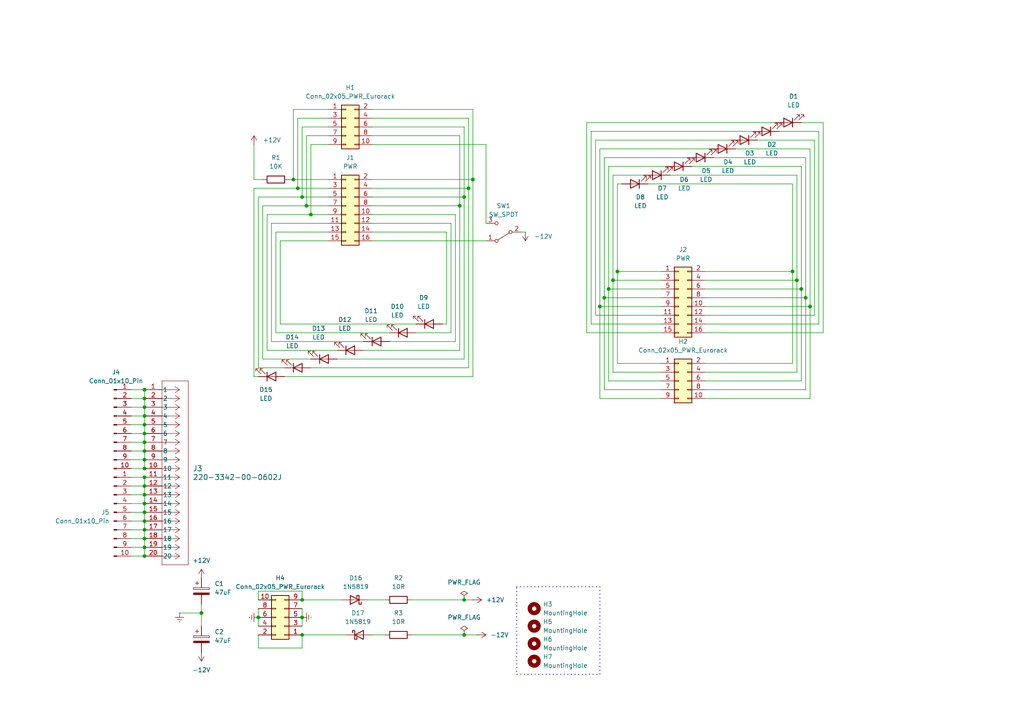
<source format=kicad_sch>
(kicad_sch (version 20231120) (generator "eeschema") (generator_version "8.0")
  (paper "A4")
  (title_block (title "Eurorack Cable Tester") (date "2024-11-03") (rev "1") (company "Lenimal"))
  (lib_symbols
    (symbol "Connector:Conn_01x10_Pin" (pin_names (offset 1.016) hide)
      (property "Reference" "J" (at 0 12.7 0))
      (property "Value" "Conn_01x10_Pin" (at 0 -15.24 0))
      (symbol "Conn_01x10_Pin_1_1"
        (polyline (pts (xy 1.27 -12.7) (xy 0.8636 -12.7)) (stroke (width 0.1524)))
        (polyline (pts (xy 1.27 -10.16) (xy 0.8636 -10.16)) (stroke (width 0.1524)))
        (polyline (pts (xy 1.27 -7.62) (xy 0.8636 -7.62)) (stroke (width 0.1524)))
        (polyline (pts (xy 1.27 -5.08) (xy 0.8636 -5.08)) (stroke (width 0.1524)))
        (polyline (pts (xy 1.27 -2.54) (xy 0.8636 -2.54)) (stroke (width 0.1524)))
        (polyline (pts (xy 1.27 0) (xy 0.8636 0)) (stroke (width 0.1524)))
        (polyline (pts (xy 1.27 2.54) (xy 0.8636 2.54)) (stroke (width 0.1524)))
        (polyline (pts (xy 1.27 5.08) (xy 0.8636 5.08)) (stroke (width 0.1524)))
        (polyline (pts (xy 1.27 7.62) (xy 0.8636 7.62)) (stroke (width 0.1524)))
        (polyline (pts (xy 1.27 10.16) (xy 0.8636 10.16)) (stroke (width 0.1524)))
        (rectangle (start 0.8636 -12.573) (end 0 -12.827) (stroke (width 0.1524)) (fill (type outline)))
        (rectangle (start 0.8636 -10.033) (end 0 -10.287) (stroke (width 0.1524)) (fill (type outline)))
        (rectangle (start 0.8636 -7.493) (end 0 -7.747) (stroke (width 0.1524)) (fill (type outline)))
        (rectangle (start 0.8636 -4.953) (end 0 -5.207) (stroke (width 0.1524)) (fill (type outline)))
        (rectangle (start 0.8636 -2.413) (end 0 -2.667) (stroke (width 0.1524)) (fill (type outline)))
        (rectangle (start 0.8636 0.127) (end 0 -0.127) (stroke (width 0.1524)) (fill (type outline)))
        (rectangle (start 0.8636 2.667) (end 0 2.413) (stroke (width 0.1524)) (fill (type outline)))
        (rectangle (start 0.8636 5.207) (end 0 4.953) (stroke (width 0.1524)) (fill (type outline)))
        (rectangle (start 0.8636 7.747) (end 0 7.493) (stroke (width 0.1524)) (fill (type outline)))
        (rectangle (start 0.8636 10.287) (end 0 10.033) (stroke (width 0.1524)) (fill (type outline)))
        (pin passive line (at 5.08 10.16 180) (length 3.81) (name "Pin_1") (number "1"))
        (pin passive line (at 5.08 -12.7 180) (length 3.81) (name "Pin_10") (number "10"))
        (pin passive line (at 5.08 7.62 180) (length 3.81) (name "Pin_2") (number "2"))
        (pin passive line (at 5.08 5.08 180) (length 3.81) (name "Pin_3") (number "3"))
        (pin passive line (at 5.08 2.54 180) (length 3.81) (name "Pin_4") (number "4"))
        (pin passive line (at 5.08 0 180) (length 3.81) (name "Pin_5") (number "5"))
        (pin passive line (at 5.08 -2.54 180) (length 3.81) (name "Pin_6") (number "6"))
        (pin passive line (at 5.08 -5.08 180) (length 3.81) (name "Pin_7") (number "7"))
        (pin passive line (at 5.08 -7.62 180) (length 3.81) (name "Pin_8") (number "8"))
        (pin passive line (at 5.08 -10.16 180) (length 3.81) (name "Pin_9") (number "9"))
      )
    )
    (symbol "Device:C_Polarized" (pin_numbers hide) (pin_names (offset 0.254))
      (property "Reference" "C" (at 0.635 2.54 0))
      (property "Value" "C_Polarized" (at 0.635 -2.54 0))
      (symbol "C_Polarized_0_1"
        (rectangle (start -2.286 0.508) (end 2.286 1.016))
        (polyline (pts (xy -1.778 2.286) (xy -0.762 2.286)))
        (polyline (pts (xy -1.27 2.794) (xy -1.27 1.778)))
        (rectangle (start 2.286 -0.508) (end -2.286 -1.016) (fill (type outline)))
      )
      (symbol "C_Polarized_1_1"
        (pin passive line (at 0 3.81 270) (length 2.794) (name "~") (number "1"))
        (pin passive line (at 0 -3.81 90) (length 2.794) (name "~") (number "2"))
      )
    )
    (symbol "Device:R" (pin_numbers hide) (pin_names (offset 0))
      (property "Reference" "R" (at 2.032 0 90))
      (property "Value" "R" (at 0 0 90))
      (symbol "R_0_1"
        (rectangle (start -1.016 -2.54) (end 1.016 2.54) (stroke (width 0.254)))
      )
      (symbol "R_1_1"
        (pin passive line (at 0 3.81 270) (length 1.27) (name "~") (number "1"))
        (pin passive line (at 0 -3.81 90) (length 1.27) (name "~") (number "2"))
      )
    )
    (symbol "Diode:1N5817" (pin_numbers hide) (pin_names (offset 1.016) hide)
      (property "Reference" "D" (at 0 2.54 0))
      (property "Value" "1N5817" (at 0 -2.54 0))
      (symbol "1N5817_0_1"
        (polyline (pts (xy 1.27 0) (xy -1.27 0)))
        (polyline (pts (xy 1.27 1.27) (xy 1.27 -1.27) (xy -1.27 0) (xy 1.27 1.27)) (stroke (width 0.254)))
        (polyline (pts (xy -1.905 0.635) (xy -1.905 1.27) (xy -1.27 1.27) (xy -1.27 -1.27) (xy -0.635 -1.27) (xy -0.635 -0.635)) (stroke (width 0.254)))
      )
      (symbol "1N5817_1_1"
        (pin passive line (at -3.81 0 0) (length 2.54) (name "K") (number "1"))
        (pin passive line (at 3.81 0 180) (length 2.54) (name "A") (number "2"))
      )
    )
    (symbol "Mechanical:MountingHole" (pin_names (offset 1.016)) (exclude_from_sim yes) (in_bom no)
      (property "Reference" "H" (at 0 5.08 0))
      (property "Value" "MountingHole" (at 0 3.175 0))
      (symbol "MountingHole_0_1"
        (circle (center 0 0) (radius 1.27) (stroke (width 1.27)))
      )
    )
    (symbol "power:+12V" (power) (pin_numbers hide) (pin_names (offset 0) hide)
      (property "Value" "+12V" (at 0 3.556 0))
      (symbol "+12V_0_1"
        (polyline (pts (xy -0.762 1.27) (xy 0 2.54)))
        (polyline (pts (xy 0 0) (xy 0 2.54)))
        (polyline (pts (xy 0 2.54) (xy 0.762 1.27)))
      )
      (symbol "+12V_1_1"
        (pin power_in line (at 0 0 90) (length 0) (name "~") (number "1"))
      )
    )
    (symbol "power:GNDREF" (power) (pin_numbers hide) (pin_names (offset 0) hide)
      (property "Value" "GNDREF" (at 0 -3.81 0))
      (symbol "GNDREF_0_1"
        (polyline (pts (xy -0.635 -1.905) (xy 0.635 -1.905)))
        (polyline (pts (xy -0.127 -2.54) (xy 0.127 -2.54)))
        (polyline (pts (xy 0 -1.27) (xy 0 0)))
        (polyline (pts (xy 1.27 -1.27) (xy -1.27 -1.27)))
      )
      (symbol "GNDREF_1_1"
        (pin power_in line (at 0 0 270) (length 0) (name "~") (number "1"))
      )
    )
    (symbol "power:PWR_FLAG" (power) (pin_numbers hide) (pin_names (offset 0) hide)
      (property "Value" "PWR_FLAG" (at 0 3.81 0))
      (symbol "PWR_FLAG_0_0"
        (pin power_out line (at 0 0 90) (length 0) (name "~") (number "1"))
      )
      (symbol "PWR_FLAG_0_1"
        (polyline (pts (xy 0 0) (xy 0 1.27) (xy -1.016 1.905) (xy 0 2.54) (xy 1.016 1.905) (xy 0 1.27)))
      )
    )
    (symbol "synth:220-3342-00-0602J" (pin_names (offset 0.254))
      (property "Reference" "J" (at 8.89 4.064 0))
      (property "Value" "220-3342-00-0602J" (at 0 -52.578 0))
      (symbol "220-3342-00-0602J_1_1"
        (polyline (pts (xy 5.08 -50.8) (xy 12.7 -50.8)) (stroke (width 0.127)))
        (polyline (pts (xy 5.08 2.54) (xy 5.08 -50.8)) (stroke (width 0.127)))
        (polyline (pts (xy 10.16 -48.26) (xy 5.08 -48.26)) (stroke (width 0.127)))
        (polyline (pts (xy 10.16 -48.26) (xy 8.89 -49.1067)) (stroke (width 0.127)))
        (polyline (pts (xy 10.16 -48.26) (xy 8.89 -47.4133)) (stroke (width 0.127)))
        (polyline (pts (xy 10.16 -45.72) (xy 5.08 -45.72)) (stroke (width 0.127)))
        (polyline (pts (xy 10.16 -45.72) (xy 8.89 -46.5667)) (stroke (width 0.127)))
        (polyline (pts (xy 10.16 -45.72) (xy 8.89 -44.8733)) (stroke (width 0.127)))
        (polyline (pts (xy 10.16 -43.18) (xy 5.08 -43.18)) (stroke (width 0.127)))
        (polyline (pts (xy 10.16 -43.18) (xy 8.89 -44.0267)) (stroke (width 0.127)))
        (polyline (pts (xy 10.16 -43.18) (xy 8.89 -42.3333)) (stroke (width 0.127)))
        (polyline (pts (xy 10.16 -40.64) (xy 5.08 -40.64)) (stroke (width 0.127)))
        (polyline (pts (xy 10.16 -40.64) (xy 8.89 -41.4867)) (stroke (width 0.127)))
        (polyline (pts (xy 10.16 -40.64) (xy 8.89 -39.7933)) (stroke (width 0.127)))
        (polyline (pts (xy 10.16 -38.1) (xy 5.08 -38.1)) (stroke (width 0.127)))
        (polyline (pts (xy 10.16 -38.1) (xy 8.89 -38.9467)) (stroke (width 0.127)))
        (polyline (pts (xy 10.16 -38.1) (xy 8.89 -37.2533)) (stroke (width 0.127)))
        (polyline (pts (xy 10.16 -35.56) (xy 5.08 -35.56)) (stroke (width 0.127)))
        (polyline (pts (xy 10.16 -35.56) (xy 8.89 -36.4067)) (stroke (width 0.127)))
        (polyline (pts (xy 10.16 -35.56) (xy 8.89 -34.7133)) (stroke (width 0.127)))
        (polyline (pts (xy 10.16 -33.02) (xy 5.08 -33.02)) (stroke (width 0.127)))
        (polyline (pts (xy 10.16 -33.02) (xy 8.89 -33.8667)) (stroke (width 0.127)))
        (polyline (pts (xy 10.16 -33.02) (xy 8.89 -32.1733)) (stroke (width 0.127)))
        (polyline (pts (xy 10.16 -30.48) (xy 5.08 -30.48)) (stroke (width 0.127)))
        (polyline (pts (xy 10.16 -30.48) (xy 8.89 -31.3267)) (stroke (width 0.127)))
        (polyline (pts (xy 10.16 -30.48) (xy 8.89 -29.6333)) (stroke (width 0.127)))
        (polyline (pts (xy 10.16 -27.94) (xy 5.08 -27.94)) (stroke (width 0.127)))
        (polyline (pts (xy 10.16 -27.94) (xy 8.89 -28.7867)) (stroke (width 0.127)))
        (polyline (pts (xy 10.16 -27.94) (xy 8.89 -27.0933)) (stroke (width 0.127)))
        (polyline (pts (xy 10.16 -25.4) (xy 5.08 -25.4)) (stroke (width 0.127)))
        (polyline (pts (xy 10.16 -25.4) (xy 8.89 -26.2467)) (stroke (width 0.127)))
        (polyline (pts (xy 10.16 -25.4) (xy 8.89 -24.5533)) (stroke (width 0.127)))
        (polyline (pts (xy 10.16 -22.86) (xy 5.08 -22.86)) (stroke (width 0.127)))
        (polyline (pts (xy 10.16 -22.86) (xy 8.89 -23.7067)) (stroke (width 0.127)))
        (polyline (pts (xy 10.16 -22.86) (xy 8.89 -22.0133)) (stroke (width 0.127)))
        (polyline (pts (xy 10.16 -20.32) (xy 5.08 -20.32)) (stroke (width 0.127)))
        (polyline (pts (xy 10.16 -20.32) (xy 8.89 -21.1667)) (stroke (width 0.127)))
        (polyline (pts (xy 10.16 -20.32) (xy 8.89 -19.4733)) (stroke (width 0.127)))
        (polyline (pts (xy 10.16 -17.78) (xy 5.08 -17.78)) (stroke (width 0.127)))
        (polyline (pts (xy 10.16 -17.78) (xy 8.89 -18.6267)) (stroke (width 0.127)))
        (polyline (pts (xy 10.16 -17.78) (xy 8.89 -16.9333)) (stroke (width 0.127)))
        (polyline (pts (xy 10.16 -15.24) (xy 5.08 -15.24)) (stroke (width 0.127)))
        (polyline (pts (xy 10.16 -15.24) (xy 8.89 -16.0867)) (stroke (width 0.127)))
        (polyline (pts (xy 10.16 -15.24) (xy 8.89 -14.3933)) (stroke (width 0.127)))
        (polyline (pts (xy 10.16 -12.7) (xy 5.08 -12.7)) (stroke (width 0.127)))
        (polyline (pts (xy 10.16 -12.7) (xy 8.89 -13.5467)) (stroke (width 0.127)))
        (polyline (pts (xy 10.16 -12.7) (xy 8.89 -11.8533)) (stroke (width 0.127)))
        (polyline (pts (xy 10.16 -10.16) (xy 5.08 -10.16)) (stroke (width 0.127)))
        (polyline (pts (xy 10.16 -10.16) (xy 8.89 -11.0067)) (stroke (width 0.127)))
        (polyline (pts (xy 10.16 -10.16) (xy 8.89 -9.3133)) (stroke (width 0.127)))
        (polyline (pts (xy 10.16 -7.62) (xy 5.08 -7.62)) (stroke (width 0.127)))
        (polyline (pts (xy 10.16 -7.62) (xy 8.89 -8.4667)) (stroke (width 0.127)))
        (polyline (pts (xy 10.16 -7.62) (xy 8.89 -6.7733)) (stroke (width 0.127)))
        (polyline (pts (xy 10.16 -5.08) (xy 5.08 -5.08)) (stroke (width 0.127)))
        (polyline (pts (xy 10.16 -5.08) (xy 8.89 -5.9267)) (stroke (width 0.127)))
        (polyline (pts (xy 10.16 -5.08) (xy 8.89 -4.2333)) (stroke (width 0.127)))
        (polyline (pts (xy 10.16 -2.54) (xy 5.08 -2.54)) (stroke (width 0.127)))
        (polyline (pts (xy 10.16 -2.54) (xy 8.89 -3.3867)) (stroke (width 0.127)))
        (polyline (pts (xy 10.16 -2.54) (xy 8.89 -1.6933)) (stroke (width 0.127)))
        (polyline (pts (xy 10.16 0) (xy 5.08 0)) (stroke (width 0.127)))
        (polyline (pts (xy 10.16 0) (xy 8.89 -0.8467)) (stroke (width 0.127)))
        (polyline (pts (xy 10.16 0) (xy 8.89 0.8467)) (stroke (width 0.127)))
        (polyline (pts (xy 12.7 -50.8) (xy 12.7 2.54)) (stroke (width 0.127)))
        (polyline (pts (xy 12.7 2.54) (xy 5.08 2.54)) (stroke (width 0.127)))
        (pin unspecified line (at 0 0 0) (length 5.08) (name "1") (number "1"))
        (pin unspecified line (at 0 -22.86 0) (length 5.08) (name "10") (number "10"))
        (pin unspecified line (at 0 -25.4 0) (length 5.08) (name "11") (number "11"))
        (pin unspecified line (at 0 -27.94 0) (length 5.08) (name "12") (number "12"))
        (pin unspecified line (at 0 -30.48 0) (length 5.08) (name "13") (number "13"))
        (pin unspecified line (at 0 -33.02 0) (length 5.08) (name "14") (number "14"))
        (pin unspecified line (at 0 -35.56 0) (length 5.08) (name "15") (number "15"))
        (pin unspecified line (at 0 -38.1 0) (length 5.08) (name "16") (number "16"))
        (pin unspecified line (at 0 -40.64 0) (length 5.08) (name "17") (number "17"))
        (pin unspecified line (at 0 -43.18 0) (length 5.08) (name "18") (number "18"))
        (pin unspecified line (at 0 -45.72 0) (length 5.08) (name "19") (number "19"))
        (pin unspecified line (at 0 -2.54 0) (length 5.08) (name "2") (number "2"))
        (pin unspecified line (at 0 -48.26 0) (length 5.08) (name "20") (number "20"))
        (pin unspecified line (at 0 -5.08 0) (length 5.08) (name "3") (number "3"))
        (pin unspecified line (at 0 -7.62 0) (length 5.08) (name "4") (number "4"))
        (pin unspecified line (at 0 -10.16 0) (length 5.08) (name "5") (number "5"))
        (pin unspecified line (at 0 -12.7 0) (length 5.08) (name "6") (number "6"))
        (pin unspecified line (at 0 -15.24 0) (length 5.08) (name "7") (number "7"))
        (pin unspecified line (at 0 -17.78 0) (length 5.08) (name "8") (number "8"))
        (pin unspecified line (at 0 -20.32 0) (length 5.08) (name "9") (number "9"))
      )
      (symbol "220-3342-00-0602J_1_2"
        (polyline (pts (xy 5.08 -50.8) (xy 12.7 -50.8)) (stroke (width 0.127)))
        (polyline (pts (xy 5.08 2.54) (xy 5.08 -50.8)) (stroke (width 0.127)))
        (polyline (pts (xy 7.62 -48.26) (xy 5.08 -48.26)) (stroke (width 0.127)))
        (polyline (pts (xy 7.62 -48.26) (xy 8.89 -49.1067)) (stroke (width 0.127)))
        (polyline (pts (xy 7.62 -48.26) (xy 8.89 -47.4133)) (stroke (width 0.127)))
        (polyline (pts (xy 7.62 -45.72) (xy 5.08 -45.72)) (stroke (width 0.127)))
        (polyline (pts (xy 7.62 -45.72) (xy 8.89 -46.5667)) (stroke (width 0.127)))
        (polyline (pts (xy 7.62 -45.72) (xy 8.89 -44.8733)) (stroke (width 0.127)))
        (polyline (pts (xy 7.62 -43.18) (xy 5.08 -43.18)) (stroke (width 0.127)))
        (polyline (pts (xy 7.62 -43.18) (xy 8.89 -44.0267)) (stroke (width 0.127)))
        (polyline (pts (xy 7.62 -43.18) (xy 8.89 -42.3333)) (stroke (width 0.127)))
        (polyline (pts (xy 7.62 -40.64) (xy 5.08 -40.64)) (stroke (width 0.127)))
        (polyline (pts (xy 7.62 -40.64) (xy 8.89 -41.4867)) (stroke (width 0.127)))
        (polyline (pts (xy 7.62 -40.64) (xy 8.89 -39.7933)) (stroke (width 0.127)))
        (polyline (pts (xy 7.62 -38.1) (xy 5.08 -38.1)) (stroke (width 0.127)))
        (polyline (pts (xy 7.62 -38.1) (xy 8.89 -38.9467)) (stroke (width 0.127)))
        (polyline (pts (xy 7.62 -38.1) (xy 8.89 -37.2533)) (stroke (width 0.127)))
        (polyline (pts (xy 7.62 -35.56) (xy 5.08 -35.56)) (stroke (width 0.127)))
        (polyline (pts (xy 7.62 -35.56) (xy 8.89 -36.4067)) (stroke (width 0.127)))
        (polyline (pts (xy 7.62 -35.56) (xy 8.89 -34.7133)) (stroke (width 0.127)))
        (polyline (pts (xy 7.62 -33.02) (xy 5.08 -33.02)) (stroke (width 0.127)))
        (polyline (pts (xy 7.62 -33.02) (xy 8.89 -33.8667)) (stroke (width 0.127)))
        (polyline (pts (xy 7.62 -33.02) (xy 8.89 -32.1733)) (stroke (width 0.127)))
        (polyline (pts (xy 7.62 -30.48) (xy 5.08 -30.48)) (stroke (width 0.127)))
        (polyline (pts (xy 7.62 -30.48) (xy 8.89 -31.3267)) (stroke (width 0.127)))
        (polyline (pts (xy 7.62 -30.48) (xy 8.89 -29.6333)) (stroke (width 0.127)))
        (polyline (pts (xy 7.62 -27.94) (xy 5.08 -27.94)) (stroke (width 0.127)))
        (polyline (pts (xy 7.62 -27.94) (xy 8.89 -28.7867)) (stroke (width 0.127)))
        (polyline (pts (xy 7.62 -27.94) (xy 8.89 -27.0933)) (stroke (width 0.127)))
        (polyline (pts (xy 7.62 -25.4) (xy 5.08 -25.4)) (stroke (width 0.127)))
        (polyline (pts (xy 7.62 -25.4) (xy 8.89 -26.2467)) (stroke (width 0.127)))
        (polyline (pts (xy 7.62 -25.4) (xy 8.89 -24.5533)) (stroke (width 0.127)))
        (polyline (pts (xy 7.62 -22.86) (xy 5.08 -22.86)) (stroke (width 0.127)))
        (polyline (pts (xy 7.62 -22.86) (xy 8.89 -23.7067)) (stroke (width 0.127)))
        (polyline (pts (xy 7.62 -22.86) (xy 8.89 -22.0133)) (stroke (width 0.127)))
        (polyline (pts (xy 7.62 -20.32) (xy 5.08 -20.32)) (stroke (width 0.127)))
        (polyline (pts (xy 7.62 -20.32) (xy 8.89 -21.1667)) (stroke (width 0.127)))
        (polyline (pts (xy 7.62 -20.32) (xy 8.89 -19.4733)) (stroke (width 0.127)))
        (polyline (pts (xy 7.62 -17.78) (xy 5.08 -17.78)) (stroke (width 0.127)))
        (polyline (pts (xy 7.62 -17.78) (xy 8.89 -18.6267)) (stroke (width 0.127)))
        (polyline (pts (xy 7.62 -17.78) (xy 8.89 -16.9333)) (stroke (width 0.127)))
        (polyline (pts (xy 7.62 -15.24) (xy 5.08 -15.24)) (stroke (width 0.127)))
        (polyline (pts (xy 7.62 -15.24) (xy 8.89 -16.0867)) (stroke (width 0.127)))
        (polyline (pts (xy 7.62 -15.24) (xy 8.89 -14.3933)) (stroke (width 0.127)))
        (polyline (pts (xy 7.62 -12.7) (xy 5.08 -12.7)) (stroke (width 0.127)))
        (polyline (pts (xy 7.62 -12.7) (xy 8.89 -13.5467)) (stroke (width 0.127)))
        (polyline (pts (xy 7.62 -12.7) (xy 8.89 -11.8533)) (stroke (width 0.127)))
        (polyline (pts (xy 7.62 -10.16) (xy 5.08 -10.16)) (stroke (width 0.127)))
        (polyline (pts (xy 7.62 -10.16) (xy 8.89 -11.0067)) (stroke (width 0.127)))
        (polyline (pts (xy 7.62 -10.16) (xy 8.89 -9.3133)) (stroke (width 0.127)))
        (polyline (pts (xy 7.62 -7.62) (xy 5.08 -7.62)) (stroke (width 0.127)))
        (polyline (pts (xy 7.62 -7.62) (xy 8.89 -8.4667)) (stroke (width 0.127)))
        (polyline (pts (xy 7.62 -7.62) (xy 8.89 -6.7733)) (stroke (width 0.127)))
        (polyline (pts (xy 7.62 -5.08) (xy 5.08 -5.08)) (stroke (width 0.127)))
        (polyline (pts (xy 7.62 -5.08) (xy 8.89 -5.9267)) (stroke (width 0.127)))
        (polyline (pts (xy 7.62 -5.08) (xy 8.89 -4.2333)) (stroke (width 0.127)))
        (polyline (pts (xy 7.62 -2.54) (xy 5.08 -2.54)) (stroke (width 0.127)))
        (polyline (pts (xy 7.62 -2.54) (xy 8.89 -3.3867)) (stroke (width 0.127)))
        (polyline (pts (xy 7.62 -2.54) (xy 8.89 -1.6933)) (stroke (width 0.127)))
        (polyline (pts (xy 7.62 0) (xy 5.08 0)) (stroke (width 0.127)))
        (polyline (pts (xy 7.62 0) (xy 8.89 -0.8467)) (stroke (width 0.127)))
        (polyline (pts (xy 7.62 0) (xy 8.89 0.8467)) (stroke (width 0.127)))
        (polyline (pts (xy 12.7 -50.8) (xy 12.7 2.54)) (stroke (width 0.127)))
        (polyline (pts (xy 12.7 2.54) (xy 5.08 2.54)) (stroke (width 0.127)))
        (pin unspecified line (at 0 0 0) (length 5.08) (name "1") (number "1"))
        (pin unspecified line (at 0 -22.86 0) (length 5.08) (name "10") (number "10"))
        (pin unspecified line (at 0 -25.4 0) (length 5.08) (name "11") (number "11"))
        (pin unspecified line (at 0 -27.94 0) (length 5.08) (name "12") (number "12"))
        (pin unspecified line (at 0 -30.48 0) (length 5.08) (name "13") (number "13"))
        (pin unspecified line (at 0 -33.02 0) (length 5.08) (name "14") (number "14"))
        (pin unspecified line (at 0 -35.56 0) (length 5.08) (name "15") (number "15"))
        (pin unspecified line (at 0 -38.1 0) (length 5.08) (name "16") (number "16"))
        (pin unspecified line (at 0 -40.64 0) (length 5.08) (name "17") (number "17"))
        (pin unspecified line (at 0 -43.18 0) (length 5.08) (name "18") (number "18"))
        (pin unspecified line (at 0 -45.72 0) (length 5.08) (name "19") (number "19"))
        (pin unspecified line (at 0 -2.54 0) (length 5.08) (name "2") (number "2"))
        (pin unspecified line (at 0 -48.26 0) (length 5.08) (name "20") (number "20"))
        (pin unspecified line (at 0 -5.08 0) (length 5.08) (name "3") (number "3"))
        (pin unspecified line (at 0 -7.62 0) (length 5.08) (name "4") (number "4"))
        (pin unspecified line (at 0 -10.16 0) (length 5.08) (name "5") (number "5"))
        (pin unspecified line (at 0 -12.7 0) (length 5.08) (name "6") (number "6"))
        (pin unspecified line (at 0 -15.24 0) (length 5.08) (name "7") (number "7"))
        (pin unspecified line (at 0 -17.78 0) (length 5.08) (name "8") (number "8"))
        (pin unspecified line (at 0 -20.32 0) (length 5.08) (name "9") (number "9"))
      )
    )
    (symbol "synth:Conn_02x05_EuroRack_Power" (pin_names (offset 1.016) hide)
      (property "Reference" "H13" (at 0 -11.43 0))
      (property "Value" "Conn_02x05_PWR_Eurorack" (at 0 -8.89 0))
      (symbol "Conn_02x05_EuroRack_Power_1_1"
        (rectangle (start -2.54 -4.953) (end -1.27 -5.207) (stroke (width 0.1524)))
        (rectangle (start -2.54 -2.413) (end -1.27 -2.667) (stroke (width 0.1524)))
        (rectangle (start -2.54 0.127) (end -1.27 -0.127) (stroke (width 0.1524)))
        (rectangle (start -2.54 2.667) (end -1.27 2.413) (stroke (width 0.1524)))
        (rectangle (start -2.54 5.207) (end -1.27 4.953) (stroke (width 0.1524)))
        (rectangle (start -2.54 6.35) (end 2.54 -6.35) (stroke (width 0.254)) (fill (type background)))
        (rectangle (start 2.54 -4.953) (end 1.27 -5.207) (stroke (width 0.1524)))
        (rectangle (start 2.54 -2.413) (end 1.27 -2.667) (stroke (width 0.1524)))
        (rectangle (start 2.54 0.127) (end 1.27 -0.127) (stroke (width 0.1524)))
        (rectangle (start 2.54 2.667) (end 1.27 2.413) (stroke (width 0.1524)))
        (rectangle (start 2.54 5.207) (end 1.27 4.953) (stroke (width 0.1524)))
        (pin passive line (at -6.35 5.08 0) (length 3.81) (name "Pin_1") (number "1"))
        (pin passive line (at 6.35 -5.08 180) (length 3.81) (name "Pin_10") (number "10"))
        (pin passive line (at 6.35 5.08 180) (length 3.81) (name "Pin_2") (number "2"))
        (pin passive line (at -6.35 2.54 0) (length 3.81) (name "Pin_3") (number "3"))
        (pin passive line (at 6.35 2.54 180) (length 3.81) (name "Pin_4") (number "4"))
        (pin passive line (at -6.35 0 0) (length 3.81) (name "Pin_5") (number "5"))
        (pin passive line (at 6.35 0 180) (length 3.81) (name "Pin_6") (number "6"))
        (pin passive line (at -6.35 -2.54 0) (length 3.81) (name "Pin_7") (number "7"))
        (pin passive line (at 6.35 -2.54 180) (length 3.81) (name "Pin_8") (number "8"))
        (pin passive line (at -6.35 -5.08 0) (length 3.81) (name "Pin_9") (number "9"))
      )
    )
    (symbol "synth:Conn_02x08_EuroRack_Power" (pin_names (offset 1.016) hide)
      (property "Reference" "J3" (at 1.27 -17.526 0))
      (property "Value" "PWR" (at 1.27 -13.97 0))
      (symbol "Conn_02x08_EuroRack_Power_1_1"
        (rectangle (start -1.27 -10.033) (end 0 -10.287) (stroke (width 0.1524)))
        (rectangle (start -1.27 -7.493) (end 0 -7.747) (stroke (width 0.1524)))
        (rectangle (start -1.27 -4.953) (end 0 -5.207) (stroke (width 0.1524)))
        (rectangle (start -1.27 -2.413) (end 0 -2.667) (stroke (width 0.1524)))
        (rectangle (start -1.27 0.127) (end 0 -0.127) (stroke (width 0.1524)))
        (rectangle (start -1.27 2.667) (end 0 2.413) (stroke (width 0.1524)))
        (rectangle (start -1.27 5.207) (end 0 4.953) (stroke (width 0.1524)))
        (rectangle (start -1.27 7.747) (end 0 7.493) (stroke (width 0.1524)))
        (rectangle (start -1.27 8.89) (end 3.81 -11.43) (stroke (width 0.254)) (fill (type background)))
        (rectangle (start 3.81 -10.033) (end 2.54 -10.287) (stroke (width 0.1524)))
        (rectangle (start 3.81 -7.493) (end 2.54 -7.747) (stroke (width 0.1524)))
        (rectangle (start 3.81 -4.953) (end 2.54 -5.207) (stroke (width 0.1524)))
        (rectangle (start 3.81 -2.413) (end 2.54 -2.667) (stroke (width 0.1524)))
        (rectangle (start 3.81 0.127) (end 2.54 -0.127) (stroke (width 0.1524)))
        (rectangle (start 3.81 2.667) (end 2.54 2.413) (stroke (width 0.1524)))
        (rectangle (start 3.81 5.207) (end 2.54 4.953) (stroke (width 0.1524)))
        (rectangle (start 3.81 7.747) (end 2.54 7.493) (stroke (width 0.1524)))
        (pin passive line (at -5.08 7.62 0) (length 3.81) (name "-12V") (number "1"))
        (pin passive line (at 7.62 -2.54 180) (length 3.81) (name "+12V") (number "10"))
        (pin passive line (at -5.08 -5.08 0) (length 3.81) (name "+5V") (number "11"))
        (pin passive line (at 7.62 -5.08 180) (length 3.81) (name "+5V") (number "12"))
        (pin passive line (at -5.08 -7.62 0) (length 3.81) (name "CV") (number "13"))
        (pin passive line (at 7.62 -7.62 180) (length 3.81) (name "CV") (number "14"))
        (pin passive line (at -5.08 -10.16 0) (length 3.81) (name "GATE") (number "15"))
        (pin passive line (at 7.62 -10.16 180) (length 3.81) (name "GATE") (number "16"))
        (pin passive line (at 7.62 7.62 180) (length 3.81) (name "-12V") (number "2"))
        (pin passive line (at -5.08 5.08 0) (length 3.81) (name "GND") (number "3"))
        (pin passive line (at 7.62 5.08 180) (length 3.81) (name "GND") (number "4"))
        (pin passive line (at -5.08 2.54 0) (length 3.81) (name "GND") (number "5"))
        (pin passive line (at 7.62 2.54 180) (length 3.81) (name "GND") (number "6"))
        (pin passive line (at -5.08 0 0) (length 3.81) (name "GND") (number "7"))
        (pin passive line (at 7.62 0 180) (length 3.81) (name "GND") (number "8"))
        (pin passive line (at -5.08 -2.54 0) (length 3.81) (name "+12V") (number "9"))
      )
    )
    (symbol "synth:LED (5mm)" (pin_numbers hide) (pin_names (offset 1.016) hide)
      (property "Reference" "D" (at 0 2.54 0))
      (property "Value" "LED" (at 0 -2.54 0))
      (symbol "LED (5mm)_0_1"
        (polyline (pts (xy -1.27 -1.27) (xy -1.27 1.27)) (stroke (width 0.254)))
        (polyline (pts (xy -1.27 0) (xy 1.27 0)))
        (polyline (pts (xy 1.27 -1.27) (xy 1.27 1.27) (xy -1.27 0) (xy 1.27 -1.27)) (stroke (width 0.254)))
        (polyline (pts (xy -3.048 -0.762) (xy -4.572 -2.286) (xy -3.81 -2.286) (xy -4.572 -2.286) (xy -4.572 -1.524)))
        (polyline (pts (xy -1.778 -0.762) (xy -3.302 -2.286) (xy -2.54 -2.286) (xy -3.302 -2.286) (xy -3.302 -1.524)))
      )
      (symbol "LED (5mm)_1_1"
        (pin passive line (at -3.81 0 0) (length 2.54) (name "K") (number "1"))
        (pin passive line (at 3.81 0 180) (length 2.54) (name "A") (number "2"))
      )
    )
    (symbol "synth:SW_SPDT" (pin_names (offset 0) hide)
      (property "Reference" "SW" (at 0 5.08 0))
      (property "Value" "SW_SPDT" (at 0 -5.08 0))
      (symbol "SW_SPDT_0_1"
        (circle (center -2.032 0) (radius 0.4572))
        (polyline (pts (xy -1.651 0.254) (xy 1.651 2.286)))
        (circle (center 2.032 -2.54) (radius 0.4572))
        (circle (center 2.032 2.54) (radius 0.4572))
      )
      (symbol "SW_SPDT_1_1"
        (pin passive line (at 5.08 2.54 180) (length 2.54) (name "A") (number "1"))
        (pin passive line (at -5.08 0 0) (length 2.54) (name "B") (number "2"))
        (pin passive line (at 5.08 -2.54 180) (length 2.54) (name "C") (number "3"))
      )
    )
  )
  (junction (at 41.91 161.29))
  (junction (at 41.91 146.05))
  (junction (at 41.91 115.57))
  (junction (at 135.89 54.61))
  (junction (at 179.07 78.74))
  (junction (at 176.53 83.82))
  (junction (at 134.62 184.15))
  (junction (at 41.91 128.27))
  (junction (at 85.09 52.07))
  (junction (at 41.91 113.03))
  (junction (at 41.91 156.21))
  (junction (at 177.8 81.28))
  (junction (at 41.91 135.89))
  (junction (at 74.93 179.07))
  (junction (at 41.91 158.75))
  (junction (at 88.9 59.69))
  (junction (at 175.26 86.36))
  (junction (at 232.41 83.82))
  (junction (at 229.87 78.74))
  (junction (at 231.14 81.28))
  (junction (at 41.91 125.73))
  (junction (at 41.91 123.19))
  (junction (at 87.63 57.15))
  (junction (at 233.68 86.36))
  (junction (at 58.42 177.8))
  (junction (at 41.91 138.43))
  (junction (at 87.63 179.07))
  (junction (at 41.91 143.51))
  (junction (at 234.95 88.9))
  (junction (at 41.91 120.65))
  (junction (at 134.62 57.15))
  (junction (at 41.91 153.67))
  (junction (at 134.62 173.99))
  (junction (at 41.91 130.81))
  (junction (at 41.91 118.11))
  (junction (at 137.16 52.07))
  (junction (at 86.36 54.61))
  (junction (at 90.17 62.23))
  (junction (at 41.91 151.13))
  (junction (at 133.35 59.69))
  (junction (at 41.91 148.59))
  (junction (at 87.63 184.15))
  (junction (at 173.99 88.9))
  (junction (at 87.63 173.99))
  (junction (at 41.91 133.35))
  (junction (at 41.91 140.97))
  (wire (pts (xy 73.66 109.22) (xy 73.66 54.61)))
  (wire (pts (xy 213.36 43.18) (xy 234.95 43.18)))
  (wire (pts (xy 107.95 31.75) (xy 137.16 31.75)))
  (wire (pts (xy 113.03 96.52) (xy 80.01 96.52)))
  (wire (pts (xy 204.47 113.03) (xy 233.68 113.03)))
  (wire (pts (xy 41.91 113.03) (xy 41.91 115.57)))
  (wire (pts (xy 38.1 115.57) (xy 41.91 115.57)))
  (wire (pts (xy 175.26 113.03) (xy 175.26 86.36)))
  (wire (pts (xy 207.01 45.72) (xy 233.68 45.72)))
  (wire (pts (xy 170.18 35.56) (xy 224.79 35.56)))
  (wire (pts (xy 78.74 64.77) (xy 95.25 64.77)))
  (wire (pts (xy 133.35 39.37) (xy 133.35 59.69)))
  (wire (pts (xy 179.07 53.34) (xy 180.34 53.34)))
  (wire (pts (xy 107.95 52.07) (xy 137.16 52.07)))
  (wire (pts (xy 95.25 31.75) (xy 85.09 31.75)))
  (wire (pts (xy 77.47 101.6) (xy 77.47 62.23)))
  (wire (pts (xy 175.26 86.36) (xy 175.26 45.72)))
  (wire (pts (xy 73.66 52.07) (xy 76.2 52.07)))
  (wire (pts (xy 74.93 171.45) (xy 74.93 173.99)))
  (wire (pts (xy 74.93 176.53) (xy 74.93 179.07)))
  (wire (pts (xy 41.91 123.19) (xy 41.91 125.73)))
  (wire (pts (xy 229.87 105.41) (xy 229.87 78.74)))
  (wire (pts (xy 138.43 184.15) (xy 134.62 184.15)))
  (wire (pts (xy 38.1 113.03) (xy 41.91 113.03)))
  (wire (pts (xy 177.8 107.95) (xy 177.8 81.28)))
  (wire (pts (xy 191.77 86.36) (xy 175.26 86.36)))
  (wire (pts (xy 204.47 115.57) (xy 234.95 115.57)))
  (wire (pts (xy 232.41 83.82) (xy 204.47 83.82)))
  (wire (pts (xy 113.03 99.06) (xy 132.08 99.06)))
  (wire (pts (xy 191.77 96.52) (xy 170.18 96.52)))
  (wire (pts (xy 80.01 67.31) (xy 95.25 67.31)))
  (wire (pts (xy 119.38 173.99) (xy 134.62 173.99)))
  (wire (pts (xy 130.81 64.77) (xy 130.81 96.52)))
  (wire (pts (xy 107.95 69.85) (xy 140.97 69.85)))
  (wire (pts (xy 38.1 130.81) (xy 41.91 130.81)))
  (wire (pts (xy 137.16 31.75) (xy 137.16 52.07)))
  (wire (pts (xy 191.77 88.9) (xy 173.99 88.9)))
  (wire (pts (xy 232.41 110.49) (xy 232.41 83.82)))
  (wire (pts (xy 38.1 118.11) (xy 41.91 118.11)))
  (wire (pts (xy 78.74 99.06) (xy 105.41 99.06)))
  (wire (pts (xy 41.91 151.13) (xy 41.91 153.67)))
  (wire (pts (xy 231.14 107.95) (xy 231.14 81.28)))
  (wire (pts (xy 41.91 148.59) (xy 41.91 151.13)))
  (wire (pts (xy 83.82 52.07) (xy 85.09 52.07)))
  (wire (pts (xy 234.95 88.9) (xy 204.47 88.9)))
  (wire (pts (xy 87.63 173.99) (xy 87.63 171.45)))
  (wire (pts (xy 191.77 113.03) (xy 175.26 113.03)))
  (wire (pts (xy 106.68 173.99) (xy 111.76 173.99)))
  (wire (pts (xy 237.49 93.98) (xy 204.47 93.98)))
  (wire (pts (xy 74.93 106.68) (xy 74.93 57.15)))
  (wire (pts (xy 137.16 52.07) (xy 137.16 109.22)))
  (wire (pts (xy 191.77 93.98) (xy 171.45 93.98)))
  (wire (pts (xy 232.41 35.56) (xy 238.76 35.56)))
  (wire (pts (xy 152.4 67.31) (xy 151.13 67.31)))
  (wire (pts (xy 58.42 175.26) (xy 58.42 177.8)))
  (wire (pts (xy 41.91 153.67) (xy 41.91 156.21)))
  (wire (pts (xy 179.07 105.41) (xy 179.07 78.74)))
  (wire (pts (xy 132.08 62.23) (xy 132.08 99.06)))
  (wire (pts (xy 236.22 91.44) (xy 204.47 91.44)))
  (wire (pts (xy 38.1 158.75) (xy 41.91 158.75)))
  (wire (pts (xy 137.16 109.22) (xy 82.55 109.22)))
  (wire (pts (xy 233.68 113.03) (xy 233.68 86.36)))
  (wire (pts (xy 172.72 91.44) (xy 172.72 40.64)))
  (wire (pts (xy 133.35 101.6) (xy 105.41 101.6)))
  (wire (pts (xy 76.2 104.14) (xy 76.2 59.69)))
  (wire (pts (xy 234.95 115.57) (xy 234.95 88.9)))
  (wire (pts (xy 234.95 43.18) (xy 234.95 88.9)))
  (wire (pts (xy 38.1 161.29) (xy 41.91 161.29)))
  (wire (pts (xy 107.95 39.37) (xy 133.35 39.37)))
  (wire (pts (xy 41.91 115.57) (xy 41.91 118.11)))
  (wire (pts (xy 133.35 59.69) (xy 133.35 101.6)))
  (wire (pts (xy 38.1 146.05) (xy 41.91 146.05)))
  (wire (pts (xy 81.28 69.85) (xy 95.25 69.85)))
  (wire (pts (xy 38.1 125.73) (xy 41.91 125.73)))
  (wire (pts (xy 134.62 173.99) (xy 137.16 173.99)))
  (wire (pts (xy 200.66 48.26) (xy 232.41 48.26)))
  (wire (pts (xy 87.63 36.83) (xy 87.63 57.15)))
  (wire (pts (xy 74.93 184.15) (xy 74.93 187.96)))
  (wire (pts (xy 175.26 45.72) (xy 199.39 45.72)))
  (wire (pts (xy 233.68 45.72) (xy 233.68 86.36)))
  (wire (pts (xy 41.91 133.35) (xy 41.91 135.89)))
  (wire (pts (xy 232.41 48.26) (xy 232.41 83.82)))
  (wire (pts (xy 87.63 173.99) (xy 99.06 173.99)))
  (wire (pts (xy 41.91 130.81) (xy 41.91 133.35)))
  (wire (pts (xy 38.1 153.67) (xy 41.91 153.67)))
  (wire (pts (xy 95.25 36.83) (xy 87.63 36.83)))
  (wire (pts (xy 73.66 54.61) (xy 86.36 54.61)))
  (wire (pts (xy 38.1 128.27) (xy 41.91 128.27)))
  (wire (pts (xy 86.36 34.29) (xy 86.36 54.61)))
  (wire (pts (xy 38.1 140.97) (xy 41.91 140.97)))
  (wire (pts (xy 231.14 81.28) (xy 204.47 81.28)))
  (wire (pts (xy 233.68 86.36) (xy 204.47 86.36)))
  (wire (pts (xy 191.77 107.95) (xy 177.8 107.95)))
  (wire (pts (xy 41.91 120.65) (xy 41.91 123.19)))
  (wire (pts (xy 107.95 54.61) (xy 135.89 54.61)))
  (wire (pts (xy 38.1 138.43) (xy 41.91 138.43)))
  (wire (pts (xy 107.95 36.83) (xy 134.62 36.83)))
  (wire (pts (xy 176.53 110.49) (xy 176.53 83.82)))
  (wire (pts (xy 129.54 67.31) (xy 129.54 93.98)))
  (wire (pts (xy 52.07 177.8) (xy 58.42 177.8)))
  (wire (pts (xy 111.76 184.15) (xy 107.95 184.15)))
  (wire (pts (xy 120.65 93.98) (xy 81.28 93.98)))
  (wire (pts (xy 107.95 67.31) (xy 129.54 67.31)))
  (wire (pts (xy 87.63 179.07) (xy 87.63 181.61)))
  (wire (pts (xy 41.91 143.51) (xy 41.91 146.05)))
  (wire (pts (xy 97.79 101.6) (xy 77.47 101.6)))
  (wire (pts (xy 173.99 115.57) (xy 173.99 88.9)))
  (wire (pts (xy 191.77 105.41) (xy 179.07 105.41)))
  (wire (pts (xy 134.62 36.83) (xy 134.62 57.15)))
  (wire (pts (xy 41.91 125.73) (xy 41.91 128.27)))
  (wire (pts (xy 41.91 158.75) (xy 41.91 161.29)))
  (wire (pts (xy 130.81 96.52) (xy 120.65 96.52)))
  (wire (pts (xy 177.8 81.28) (xy 177.8 50.8)))
  (wire (pts (xy 204.47 78.74) (xy 229.87 78.74)))
  (wire (pts (xy 95.25 39.37) (xy 88.9 39.37)))
  (wire (pts (xy 176.53 48.26) (xy 193.04 48.26)))
  (wire (pts (xy 38.1 120.65) (xy 41.91 120.65)))
  (wire (pts (xy 135.89 54.61) (xy 135.89 106.68)))
  (wire (pts (xy 238.76 35.56) (xy 238.76 96.52)))
  (wire (pts (xy 41.91 138.43) (xy 41.91 140.97)))
  (wire (pts (xy 191.77 115.57) (xy 173.99 115.57)))
  (wire (pts (xy 87.63 57.15) (xy 95.25 57.15)))
  (wire (pts (xy 87.63 176.53) (xy 87.63 179.07)))
  (wire (pts (xy 38.1 143.51) (xy 41.91 143.51)))
  (wire (pts (xy 170.18 96.52) (xy 170.18 35.56)))
  (wire (pts (xy 107.95 62.23) (xy 132.08 62.23)))
  (wire (pts (xy 81.28 93.98) (xy 81.28 69.85)))
  (wire (pts (xy 38.1 135.89) (xy 41.91 135.89)))
  (wire (pts (xy 90.17 104.14) (xy 76.2 104.14)))
  (wire (pts (xy 171.45 93.98) (xy 171.45 38.1)))
  (wire (pts (xy 78.74 99.06) (xy 78.74 64.77)))
  (wire (pts (xy 238.76 96.52) (xy 204.47 96.52)))
  (wire (pts (xy 74.93 179.07) (xy 74.93 181.61)))
  (wire (pts (xy 86.36 54.61) (xy 95.25 54.61)))
  (wire (pts (xy 85.09 31.75) (xy 85.09 52.07)))
  (wire (pts (xy 77.47 62.23) (xy 90.17 62.23)))
  (wire (pts (xy 88.9 59.69) (xy 95.25 59.69)))
  (wire (pts (xy 73.66 41.91) (xy 73.66 52.07)))
  (wire (pts (xy 191.77 83.82) (xy 176.53 83.82)))
  (wire (pts (xy 41.91 128.27) (xy 41.91 130.81)))
  (wire (pts (xy 41.91 146.05) (xy 41.91 148.59)))
  (wire (pts (xy 173.99 88.9) (xy 173.99 43.18)))
  (wire (pts (xy 41.91 156.21) (xy 41.91 158.75)))
  (wire (pts (xy 176.53 83.82) (xy 176.53 48.26)))
  (wire (pts (xy 88.9 39.37) (xy 88.9 59.69)))
  (wire (pts (xy 100.33 184.15) (xy 87.63 184.15)))
  (wire (pts (xy 229.87 53.34) (xy 229.87 78.74)))
  (wire (pts (xy 191.77 78.74) (xy 179.07 78.74)))
  (wire (pts (xy 38.1 156.21) (xy 41.91 156.21)))
  (wire (pts (xy 41.91 140.97) (xy 41.91 143.51)))
  (wire (pts (xy 95.25 34.29) (xy 86.36 34.29)))
  (wire (pts (xy 58.42 177.8) (xy 58.42 181.61)))
  (wire (pts (xy 204.47 105.41) (xy 229.87 105.41)))
  (wire (pts (xy 187.96 53.34) (xy 229.87 53.34)))
  (wire (pts (xy 134.62 184.15) (xy 119.38 184.15)))
  (wire (pts (xy 87.63 187.96) (xy 87.63 184.15)))
  (wire (pts (xy 171.45 38.1) (xy 218.44 38.1)))
  (wire (pts (xy 38.1 151.13) (xy 41.91 151.13)))
  (wire (pts (xy 204.47 107.95) (xy 231.14 107.95)))
  (wire (pts (xy 41.91 118.11) (xy 41.91 120.65)))
  (wire (pts (xy 107.95 59.69) (xy 133.35 59.69)))
  (wire (pts (xy 82.55 106.68) (xy 74.93 106.68)))
  (wire (pts (xy 38.1 148.59) (xy 41.91 148.59)))
  (wire (pts (xy 134.62 104.14) (xy 97.79 104.14)))
  (wire (pts (xy 74.93 57.15) (xy 87.63 57.15)))
  (wire (pts (xy 231.14 50.8) (xy 231.14 81.28)))
  (wire (pts (xy 95.25 41.91) (xy 90.17 41.91)))
  (wire (pts (xy 107.95 34.29) (xy 135.89 34.29)))
  (wire (pts (xy 140.97 41.91) (xy 140.97 64.77)))
  (wire (pts (xy 129.54 93.98) (xy 128.27 93.98)))
  (wire (pts (xy 107.95 64.77) (xy 130.81 64.77)))
  (wire (pts (xy 85.09 52.07) (xy 95.25 52.07)))
  (wire (pts (xy 135.89 106.68) (xy 90.17 106.68)))
  (wire (pts (xy 173.99 43.18) (xy 205.74 43.18)))
  (wire (pts (xy 191.77 91.44) (xy 172.72 91.44)))
  (wire (pts (xy 172.72 40.64) (xy 212.09 40.64)))
  (wire (pts (xy 87.63 171.45) (xy 74.93 171.45)))
  (wire (pts (xy 135.89 34.29) (xy 135.89 54.61)))
  (wire (pts (xy 179.07 78.74) (xy 179.07 53.34)))
  (wire (pts (xy 38.1 123.19) (xy 41.91 123.19)))
  (wire (pts (xy 194.31 50.8) (xy 231.14 50.8)))
  (wire (pts (xy 80.01 96.52) (xy 80.01 67.31)))
  (wire (pts (xy 107.95 41.91) (xy 140.97 41.91)))
  (wire (pts (xy 204.47 110.49) (xy 232.41 110.49)))
  (wire (pts (xy 74.93 187.96) (xy 87.63 187.96)))
  (wire (pts (xy 76.2 59.69) (xy 88.9 59.69)))
  (wire (pts (xy 134.62 57.15) (xy 134.62 104.14)))
  (wire (pts (xy 237.49 38.1) (xy 237.49 93.98)))
  (wire (pts (xy 191.77 110.49) (xy 176.53 110.49)))
  (wire (pts (xy 38.1 133.35) (xy 41.91 133.35)))
  (wire (pts (xy 191.77 81.28) (xy 177.8 81.28)))
  (wire (pts (xy 90.17 62.23) (xy 95.25 62.23)))
  (wire (pts (xy 107.95 57.15) (xy 134.62 57.15)))
  (wire (pts (xy 74.93 109.22) (xy 73.66 109.22)))
  (wire (pts (xy 90.17 41.91) (xy 90.17 62.23)))
  (wire (pts (xy 219.71 40.64) (xy 236.22 40.64)))
  (wire (pts (xy 177.8 50.8) (xy 186.69 50.8)))
  (wire (pts (xy 236.22 40.64) (xy 236.22 91.44)))
  (wire (pts (xy 226.06 38.1) (xy 237.49 38.1)))
  (rectangle (start 149.86 170.18) (end 173.99 195.58) (stroke (width 0.25) (type dot)))
  (text "1" (at 320.802 220.98 0) (effects (font (size 1.27 1.27))))
  (symbol (lib_id "synth:LED (5mm)") (at 78.74 109.22 0) (mirror x) (unit 1)
    (property "Reference" "D15" (at 77.1525 113.03 0))
    (property "Value" "LED" (at 77.1525 115.57 0))
    (property "Footprint" "Synth:LED_D3.0mm" (effects (hide yes)))
    (property "Description" "Light emitting diode" (effects (hide yes)))
  )
  (symbol (lib_id "Device:C_Polarized") (at 58.42 185.42 0) (unit 1)
    (property "Reference" "C2" (at 62.23 183.2609 0) (effects (justify left)))
    (property "Value" "47uF" (at 62.23 185.8009 0) (effects (justify left)))
    (property "Footprint" "Capacitor_THT:CP_Radial_D6.3mm_P2.50mm" (effects (hide yes)))
    (property "Description" "Polarized capacitor" (effects (hide yes)))
  )
  (symbol (lib_id "Connector:Conn_01x10_Pin") (at 33.02 123.19 0) (unit 1)
    (property "Reference" "J4" (at 33.655 107.95 0))
    (property "Value" "Conn_01x10_Pin" (at 33.655 110.49 0))
    (property "Footprint" "Connector_PinHeader_2.54mm:PinHeader_1x10_P2.54mm_Vertical" (effects (hide yes)))
    (property "Description" "Generic connector, single row, 01x10, script generated" (effects (hide yes)))
  )
  (symbol (lib_id "power:+12V") (at 58.42 189.23 180) (unit 1)
    (property "Reference" "#PWR05" (effects (hide yes)))
    (property "Value" "-12V" (at 58.42 194.31 0))
    (property "Description" "Power symbol creates a global label with name \"+12V\"" (effects (hide yes)))
  )
  (symbol (lib_id "power:GNDREF") (at 52.07 177.8 0) (unit 1)
    (property "Reference" "#PWR09" (effects (hide yes)))
    (property "Value" "GNDREF" (effects (hide yes)))
    (property "Description" "Power symbol creates a global label with name \"GNDREF\" , reference supply ground" (effects (hide yes)))
  )
  (symbol (lib_id "power:GNDREF") (at 87.63 179.07 90) (unit 1)
    (property "Reference" "#PWR07" (effects (hide yes)))
    (property "Value" "GNDREF" (effects (hide yes)))
    (property "Description" "Power symbol creates a global label with name \"GNDREF\" , reference supply ground" (effects (hide yes)))
  )
  (symbol (lib_id "Device:C_Polarized") (at 58.42 171.45 0) (unit 1)
    (property "Reference" "C1" (at 62.23 169.2909 0) (effects (justify left)))
    (property "Value" "47uF" (at 62.23 171.8309 0) (effects (justify left)))
    (property "Footprint" "Capacitor_THT:CP_Radial_D6.3mm_P2.50mm" (effects (hide yes)))
    (property "Description" "Polarized capacitor" (effects (hide yes)))
  )
  (symbol (lib_id "power:+12V") (at 137.16 173.99 270) (unit 1)
    (property "Reference" "#PWR03" (effects (hide yes)))
    (property "Value" "+12V" (at 140.97 173.9899 90) (effects (justify left)))
    (property "Description" "Power symbol creates a global label with name \"+12V\"" (effects (hide yes)))
  )
  (symbol (lib_id "power:+12V") (at 73.66 41.91 0) (unit 1)
    (property "Reference" "#PWR01" (effects (hide yes)))
    (property "Value" "+12V" (at 76.2 40.6399 0) (effects (justify left)))
    (property "Description" "Power symbol creates a global label with name \"+12V\"" (effects (hide yes)))
  )
  (symbol (lib_id "synth:Conn_02x05_EuroRack_Power") (at 101.6 36.83 0) (unit 1)
    (property "Reference" "H1" (at 101.6 25.4 0))
    (property "Value" "Conn_02x05_PWR_Eurorack" (at 101.6 27.94 0))
    (property "Footprint" "Synth:IDC-Header_2x05_P2.54mm_Vertical" (effects (hide yes)))
  )
  (symbol (lib_id "synth:LED (5mm)") (at 109.22 99.06 0) (mirror x) (unit 1)
    (property "Reference" "D11" (at 107.6325 90.17 0))
    (property "Value" "LED" (at 107.6325 92.71 0))
    (property "Footprint" "Synth:LED_D3.0mm" (effects (hide yes)))
    (property "Description" "Light emitting diode" (effects (hide yes)))
  )
  (symbol (lib_id "synth:LED (5mm)") (at 184.15 53.34 180) (unit 1)
    (property "Reference" "D8" (at 185.7375 57.15 0))
    (property "Value" "LED" (at 185.7375 59.69 0))
    (property "Footprint" "Synth:LED_D3.0mm" (effects (hide yes)))
    (property "Description" "Light emitting diode" (effects (hide yes)))
  )
  (symbol (lib_id "Device:R") (at 115.57 184.15 90) (unit 1)
    (property "Reference" "R3" (at 115.57 177.8 90))
    (property "Value" "10R" (at 115.57 180.34 90))
    (property "Footprint" "Resistor_SMD:R_0805_2012Metric_Pad1.20x1.40mm_HandSolder" (effects (hide yes)))
    (property "Description" "Resistor" (effects (hide yes)))
  )
  (symbol (lib_id "synth:Conn_02x05_EuroRack_Power") (at 81.28 179.07 180) (unit 1)
    (property "Reference" "H4" (at 81.28 167.64 0))
    (property "Value" "Conn_02x05_PWR_Eurorack" (at 81.28 170.18 0))
    (property "Footprint" "Synth:IDC-Header_2x05_P2.54mm_Vertical" (effects (hide yes)))
  )
  (symbol (lib_id "Device:R") (at 80.01 52.07 90) (unit 1)
    (property "Reference" "R1" (at 80.01 45.72 90))
    (property "Value" "10K" (at 80.01 48.26 90))
    (property "Footprint" "Resistor_SMD:R_0805_2012Metric_Pad1.20x1.40mm_HandSolder" (effects (hide yes)))
    (property "Description" "Resistor" (effects (hide yes)))
  )
  (symbol (lib_id "synth:LED (5mm)") (at 215.9 40.64 180) (unit 1)
    (property "Reference" "D3" (at 217.4875 44.45 0))
    (property "Value" "LED" (at 217.4875 46.99 0))
    (property "Footprint" "Synth:LED_D3.0mm" (effects (hide yes)))
    (property "Description" "Light emitting diode" (effects (hide yes)))
  )
  (symbol (lib_id "synth:Conn_02x08_EuroRack_Power") (at 196.85 86.36 0) (unit 1)
    (property "Reference" "J2" (at 198.12 72.39 0))
    (property "Value" "PWR" (at 198.12 74.93 0))
    (property "Footprint" "Synth:IDC-Header_2x08_P2.54mm_Vertical" (effects (hide yes)))
  )
  (symbol (lib_id "Diode:1N5817") (at 104.14 184.15 0) (unit 1)
    (property "Reference" "D17" (at 103.8225 177.8 0))
    (property "Value" "1N5819" (at 103.8225 180.34 0))
    (property "Footprint" "Diode_SMD:D_SOD-123" (effects (hide yes)))
    (property "Datasheet" "http://www.vishay.com/docs/88525/1n5817.pdf" (effects (hide yes)))
    (property "Description" "20V 1A Schottky Barrier Rectifier Diode, DO-41" (effects (hide yes)))
  )
  (symbol (lib_id "power:PWR_FLAG") (at 134.62 173.99 0) (unit 1)
    (property "Reference" "#FLG01" (effects (hide yes)))
    (property "Value" "PWR_FLAG" (at 134.62 168.91 0))
    (property "Description" "Special symbol for telling ERC where power comes from" (effects (hide yes)))
  )
  (symbol (lib_id "synth:LED (5mm)") (at 196.85 48.26 180) (unit 1)
    (property "Reference" "D6" (at 198.4375 52.07 0))
    (property "Value" "LED" (at 198.4375 54.61 0))
    (property "Footprint" "Synth:LED_D3.0mm" (effects (hide yes)))
    (property "Description" "Light emitting diode" (effects (hide yes)))
  )
  (symbol (lib_id "Connector:Conn_01x10_Pin") (at 33.02 148.59 0) (unit 1)
    (property "Reference" "J5" (at 31.75 148.5899 0) (effects (justify right)))
    (property "Value" "Conn_01x10_Pin" (at 31.75 151.1299 0) (effects (justify right)))
    (property "Footprint" "Connector_PinHeader_2.54mm:PinHeader_1x10_P2.54mm_Vertical" (effects (hide yes)))
    (property "Description" "Generic connector, single row, 01x10, script generated" (effects (hide yes)))
  )
  (symbol (lib_id "power:GNDREF") (at 74.93 179.07 270) (unit 1)
    (property "Reference" "#PWR08" (effects (hide yes)))
    (property "Value" "GNDREF" (effects (hide yes)))
    (property "Description" "Power symbol creates a global label with name \"GNDREF\" , reference supply ground" (effects (hide yes)))
  )
  (symbol (lib_id "synth:LED (5mm)") (at 116.84 96.52 0) (mirror x) (unit 1)
    (property "Reference" "D10" (at 115.2525 88.9 0))
    (property "Value" "LED" (at 115.2525 91.44 0))
    (property "Footprint" "Synth:LED_D3.0mm" (effects (hide yes)))
    (property "Description" "Light emitting diode" (effects (hide yes)))
  )
  (symbol (lib_id "synth:LED (5mm)") (at 93.98 104.14 0) (mirror x) (unit 1)
    (property "Reference" "D13" (at 92.3925 95.25 0))
    (property "Value" "LED" (at 92.3925 97.79 0))
    (property "Footprint" "Synth:LED_D3.0mm" (effects (hide yes)))
    (property "Description" "Light emitting diode" (effects (hide yes)))
  )
  (symbol (lib_id "synth:LED (5mm)") (at 124.46 93.98 0) (mirror x) (unit 1)
    (property "Reference" "D9" (at 122.8725 86.36 0))
    (property "Value" "LED" (at 122.8725 88.9 0))
    (property "Footprint" "Synth:LED_D3.0mm" (effects (hide yes)))
    (property "Description" "Light emitting diode" (effects (hide yes)))
  )
  (symbol (lib_id "Diode:1N5817") (at 102.87 173.99 180) (unit 1)
    (property "Reference" "D16" (at 103.1875 167.64 0))
    (property "Value" "1N5819" (at 103.1875 170.18 0))
    (property "Footprint" "Diode_SMD:D_SOD-123" (effects (hide yes)))
    (property "Datasheet" "http://www.vishay.com/docs/88525/1n5817.pdf" (effects (hide yes)))
    (property "Description" "20V 1A Schottky Barrier Rectifier Diode, DO-41" (effects (hide yes)))
  )
  (symbol (lib_id "synth:Conn_02x08_EuroRack_Power") (at 100.33 59.69 0) (unit 1)
    (property "Reference" "J1" (at 101.6 45.72 0))
    (property "Value" "PWR" (at 101.6 48.26 0))
    (property "Footprint" "Synth:IDC-Header_2x08_P2.54mm_Vertical" (effects (hide yes)))
  )
  (symbol (lib_id "synth:LED (5mm)") (at 228.6 35.56 180) (unit 1)
    (property "Reference" "D1" (at 230.1875 27.94 0))
    (property "Value" "LED" (at 230.1875 30.48 0))
    (property "Footprint" "Synth:LED_D3.0mm" (effects (hide yes)))
    (property "Description" "Light emitting diode" (effects (hide yes)))
  )
  (symbol (lib_id "synth:Conn_02x05_EuroRack_Power") (at 198.12 110.49 0) (unit 1)
    (property "Reference" "H2" (at 198.12 99.06 0))
    (property "Value" "Conn_02x05_PWR_Eurorack" (at 198.12 101.6 0))
    (property "Footprint" "Synth:IDC-Header_2x05_P2.54mm_Vertical" (effects (hide yes)))
  )
  (symbol (lib_id "synth:LED (5mm)") (at 222.25 38.1 180) (unit 1)
    (property "Reference" "D2" (at 223.8375 41.91 0))
    (property "Value" "LED" (at 223.8375 44.45 0))
    (property "Footprint" "Synth:LED_D3.0mm" (effects (hide yes)))
    (property "Description" "Light emitting diode" (effects (hide yes)))
  )
  (symbol (lib_id "Mechanical:MountingHole") (at 154.94 186.69 0) (unit 1) (exclude_from_sim yes) (in_bom no)
    (property "Reference" "H6" (at 157.48 185.4199 0) (effects (justify left)))
    (property "Value" "MountingHole" (at 157.48 187.9599 0) (effects (justify left)))
    (property "Footprint" "MountingHole:MountingHole_3.2mm_M3" (effects (hide yes)))
    (property "Description" "Mounting Hole without connection" (effects (hide yes)))
  )
  (symbol (lib_id "Mechanical:MountingHole") (at 154.94 181.61 0) (unit 1) (exclude_from_sim yes) (in_bom no)
    (property "Reference" "H5" (at 157.48 180.3399 0) (effects (justify left)))
    (property "Value" "MountingHole" (at 157.48 182.8799 0) (effects (justify left)))
    (property "Footprint" "MountingHole:MountingHole_3.2mm_M3" (effects (hide yes)))
    (property "Description" "Mounting Hole without connection" (effects (hide yes)))
  )
  (symbol (lib_id "synth:LED (5mm)") (at 209.55 43.18 180) (unit 1)
    (property "Reference" "D4" (at 211.1375 46.99 0))
    (property "Value" "LED" (at 211.1375 49.53 0))
    (property "Footprint" "Synth:LED_D3.0mm" (effects (hide yes)))
    (property "Description" "Light emitting diode" (effects (hide yes)))
  )
  (symbol (lib_id "synth:LED (5mm)") (at 101.6 101.6 0) (mirror x) (unit 1)
    (property "Reference" "D12" (at 100.0125 92.71 0))
    (property "Value" "LED" (at 100.0125 95.25 0))
    (property "Footprint" "Synth:LED_D3.0mm" (effects (hide yes)))
    (property "Description" "Light emitting diode" (effects (hide yes)))
  )
  (symbol (lib_id "power:PWR_FLAG") (at 134.62 184.15 0) (unit 1)
    (property "Reference" "#FLG02" (effects (hide yes)))
    (property "Value" "PWR_FLAG" (at 134.62 179.07 0))
    (property "Description" "Special symbol for telling ERC where power comes from" (effects (hide yes)))
  )
  (symbol (lib_id "Mechanical:MountingHole") (at 154.94 191.77 0) (unit 1) (exclude_from_sim yes) (in_bom no)
    (property "Reference" "H7" (at 157.48 190.4999 0) (effects (justify left)))
    (property "Value" "MountingHole" (at 157.48 193.0399 0) (effects (justify left)))
    (property "Footprint" "MountingHole:MountingHole_3.2mm_M3" (effects (hide yes)))
    (property "Description" "Mounting Hole without connection" (effects (hide yes)))
  )
  (symbol (lib_id "synth:SW_SPDT") (at 146.05 67.31 180) (unit 1)
    (property "Reference" "SW1" (at 146.05 59.69 0))
    (property "Value" "SW_SPDT" (at 146.05 62.23 0))
    (property "Footprint" "Synth:SW_default" (effects (hide yes)))
    (property "Description" "Switch, single pole double throw" (effects (hide yes)))
  )
  (symbol (lib_id "power:+12V") (at 138.43 184.15 270) (unit 1)
    (property "Reference" "#PWR06" (effects (hide yes)))
    (property "Value" "-12V" (at 142.24 184.1499 90) (effects (justify left)))
    (property "Description" "Power symbol creates a global label with name \"+12V\"" (effects (hide yes)))
  )
  (symbol (lib_id "Device:R") (at 115.57 173.99 90) (unit 1)
    (property "Reference" "R2" (at 115.57 167.64 90))
    (property "Value" "10R" (at 115.57 170.18 90))
    (property "Footprint" "Resistor_SMD:R_0805_2012Metric_Pad1.20x1.40mm_HandSolder" (effects (hide yes)))
    (property "Description" "Resistor" (effects (hide yes)))
  )
  (symbol (lib_id "synth:LED (5mm)") (at 203.2 45.72 180) (unit 1)
    (property "Reference" "D5" (at 204.7875 49.53 0))
    (property "Value" "LED" (at 204.7875 52.07 0))
    (property "Footprint" "Synth:LED_D3.0mm" (effects (hide yes)))
    (property "Description" "Light emitting diode" (effects (hide yes)))
  )
  (symbol (lib_id "synth:LED (5mm)") (at 86.36 106.68 0) (mirror x) (unit 1)
    (property "Reference" "D14" (at 84.7725 97.79 0))
    (property "Value" "LED" (at 84.7725 100.33 0))
    (property "Footprint" "Synth:LED_D3.0mm" (effects (hide yes)))
    (property "Description" "Light emitting diode" (effects (hide yes)))
  )
  (symbol (lib_id "Mechanical:MountingHole") (at 154.94 176.53 0) (unit 1) (exclude_from_sim yes) (in_bom no)
    (property "Reference" "H3" (at 157.48 175.2599 0) (effects (justify left)))
    (property "Value" "MountingHole" (at 157.48 177.7999 0) (effects (justify left)))
    (property "Footprint" "MountingHole:MountingHole_3.2mm_M3" (effects (hide yes)))
    (property "Description" "Mounting Hole without connection" (effects (hide yes)))
  )
  (symbol (lib_id "power:+12V") (at 58.42 167.64 0) (unit 1)
    (property "Reference" "#PWR04" (effects (hide yes)))
    (property "Value" "+12V" (at 58.42 162.56 0))
    (property "Description" "Power symbol creates a global label with name \"+12V\"" (effects (hide yes)))
  )
  (symbol (lib_id "power:+12V") (at 152.4 67.31 180) (unit 1)
    (property "Reference" "#PWR02" (effects (hide yes)))
    (property "Value" "-12V" (at 154.94 68.5799 0) (effects (justify right)))
    (property "Description" "Power symbol creates a global label with name \"+12V\"" (effects (hide yes)))
  )
  (symbol (lib_id "synth:220-3342-00-0602J") (at 41.91 113.03 0) (unit 1)
    (property "Reference" "J3" (at 55.88 135.8899 0) (effects (font (size 1.524 1.524)) (justify left)))
    (property "Value" "220-3342-00-0602J" (at 55.88 138.4299 0) (effects (font (size 1.524 1.524)) (justify left)))
    (property "Footprint" "Synth:DIP_tester_20pos" (effects (hide yes)))
    (property "Datasheet" "220-3342-00-0602J" (effects (hide yes)))
  )
  (symbol (lib_id "synth:LED (5mm)") (at 190.5 50.8 180) (unit 1)
    (property "Reference" "D7" (at 192.0875 54.61 0))
    (property "Value" "LED" (at 192.0875 57.15 0))
    (property "Footprint" "Synth:LED_D3.0mm" (effects (hide yes)))
    (property "Description" "Light emitting diode" (effects (hide yes)))
  )
)
</source>
